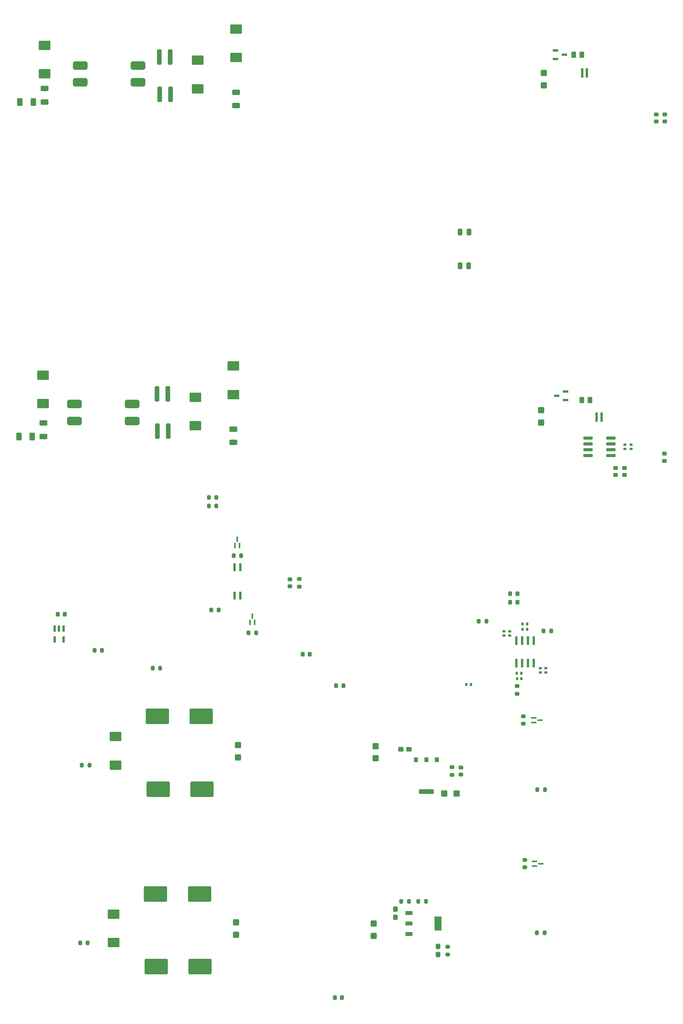
<source format=gbr>
%TF.GenerationSoftware,KiCad,Pcbnew,9.0.3*%
%TF.CreationDate,2025-09-16T12:32:26-04:00*%
%TF.ProjectId,CAEN_NEVIS_DAQ_PM5V,4341454e-5f4e-4455-9649-535f4441515f,rev?*%
%TF.SameCoordinates,Original*%
%TF.FileFunction,Paste,Top*%
%TF.FilePolarity,Positive*%
%FSLAX46Y46*%
G04 Gerber Fmt 4.6, Leading zero omitted, Abs format (unit mm)*
G04 Created by KiCad (PCBNEW 9.0.3) date 2025-09-16 12:32:26*
%MOMM*%
%LPD*%
G01*
G04 APERTURE LIST*
G04 Aperture macros list*
%AMRoundRect*
0 Rectangle with rounded corners*
0 $1 Rounding radius*
0 $2 $3 $4 $5 $6 $7 $8 $9 X,Y pos of 4 corners*
0 Add a 4 corners polygon primitive as box body*
4,1,4,$2,$3,$4,$5,$6,$7,$8,$9,$2,$3,0*
0 Add four circle primitives for the rounded corners*
1,1,$1+$1,$2,$3*
1,1,$1+$1,$4,$5*
1,1,$1+$1,$6,$7*
1,1,$1+$1,$8,$9*
0 Add four rect primitives between the rounded corners*
20,1,$1+$1,$2,$3,$4,$5,0*
20,1,$1+$1,$4,$5,$6,$7,0*
20,1,$1+$1,$6,$7,$8,$9,0*
20,1,$1+$1,$8,$9,$2,$3,0*%
G04 Aperture macros list end*
%ADD10RoundRect,0.225000X0.250000X-0.225000X0.250000X0.225000X-0.250000X0.225000X-0.250000X-0.225000X0*%
%ADD11RoundRect,0.250000X0.425000X-0.450000X0.425000X0.450000X-0.425000X0.450000X-0.425000X-0.450000X0*%
%ADD12RoundRect,0.140000X0.170000X-0.140000X0.170000X0.140000X-0.170000X0.140000X-0.170000X-0.140000X0*%
%ADD13RoundRect,0.250000X1.025000X-0.787500X1.025000X0.787500X-1.025000X0.787500X-1.025000X-0.787500X0*%
%ADD14RoundRect,0.200000X0.200000X0.275000X-0.200000X0.275000X-0.200000X-0.275000X0.200000X-0.275000X0*%
%ADD15RoundRect,0.225000X-0.250000X0.225000X-0.250000X-0.225000X0.250000X-0.225000X0.250000X0.225000X0*%
%ADD16RoundRect,0.170000X2.330000X-1.530000X2.330000X1.530000X-2.330000X1.530000X-2.330000X-1.530000X0*%
%ADD17RoundRect,0.200000X-0.200000X-0.275000X0.200000X-0.275000X0.200000X0.275000X-0.200000X0.275000X0*%
%ADD18RoundRect,0.250000X-0.275000X0.312500X-0.275000X-0.312500X0.275000X-0.312500X0.275000X0.312500X0*%
%ADD19RoundRect,0.225000X-0.225000X-0.250000X0.225000X-0.250000X0.225000X0.250000X-0.225000X0.250000X0*%
%ADD20R,0.558800X1.473200*%
%ADD21RoundRect,0.250000X-0.625000X0.312500X-0.625000X-0.312500X0.625000X-0.312500X0.625000X0.312500X0*%
%ADD22RoundRect,0.250000X0.275000X-0.312500X0.275000X0.312500X-0.275000X0.312500X-0.275000X-0.312500X0*%
%ADD23RoundRect,0.250000X-0.312500X-0.625000X0.312500X-0.625000X0.312500X0.625000X-0.312500X0.625000X0*%
%ADD24R,0.350800X1.161200*%
%ADD25R,0.889000X1.016000*%
%ADD26R,3.200000X1.000000*%
%ADD27RoundRect,0.200000X-0.275000X0.200000X-0.275000X-0.200000X0.275000X-0.200000X0.275000X0.200000X0*%
%ADD28R,0.558800X1.981200*%
%ADD29RoundRect,0.075000X-0.910000X-0.225000X0.910000X-0.225000X0.910000X0.225000X-0.910000X0.225000X0*%
%ADD30RoundRect,0.073750X-0.556250X-0.221250X0.556250X-0.221250X0.556250X0.221250X-0.556250X0.221250X0*%
%ADD31RoundRect,0.140000X-0.170000X0.140000X-0.170000X-0.140000X0.170000X-0.140000X0.170000X0.140000X0*%
%ADD32RoundRect,0.250000X-0.425000X0.450000X-0.425000X-0.450000X0.425000X-0.450000X0.425000X0.450000X0*%
%ADD33RoundRect,0.250000X-1.025000X0.787500X-1.025000X-0.787500X1.025000X-0.787500X1.025000X0.787500X0*%
%ADD34RoundRect,0.475000X1.125000X-0.475000X1.125000X0.475000X-1.125000X0.475000X-1.125000X-0.475000X0*%
%ADD35RoundRect,0.250000X0.625000X-0.312500X0.625000X0.312500X-0.625000X0.312500X-0.625000X-0.312500X0*%
%ADD36R,0.584200X2.159000*%
%ADD37R,1.161200X0.350800*%
%ADD38RoundRect,0.200000X0.275000X-0.200000X0.275000X0.200000X-0.275000X0.200000X-0.275000X-0.200000X0*%
%ADD39RoundRect,0.250000X-0.450000X-0.425000X0.450000X-0.425000X0.450000X0.425000X-0.450000X0.425000X0*%
%ADD40RoundRect,0.225000X0.225000X0.250000X-0.225000X0.250000X-0.225000X-0.250000X0.225000X-0.250000X0*%
%ADD41RoundRect,0.135000X0.135000X0.185000X-0.135000X0.185000X-0.135000X-0.185000X0.135000X-0.185000X0*%
%ADD42RoundRect,0.140000X-0.140000X-0.170000X0.140000X-0.170000X0.140000X0.170000X-0.140000X0.170000X0*%
%ADD43RoundRect,0.135000X-0.135000X-0.185000X0.135000X-0.185000X0.135000X0.185000X-0.135000X0.185000X0*%
%ADD44RoundRect,0.250000X0.250000X0.475000X-0.250000X0.475000X-0.250000X-0.475000X0.250000X-0.475000X0*%
%ADD45RoundRect,0.245000X-0.245000X-1.455000X0.245000X-1.455000X0.245000X1.455000X-0.245000X1.455000X0*%
%ADD46RoundRect,0.250000X0.312500X0.275000X-0.312500X0.275000X-0.312500X-0.275000X0.312500X-0.275000X0*%
%ADD47RoundRect,0.250000X-0.250000X-0.475000X0.250000X-0.475000X0.250000X0.475000X-0.250000X0.475000X0*%
%ADD48RoundRect,0.250000X0.262500X0.450000X-0.262500X0.450000X-0.262500X-0.450000X0.262500X-0.450000X0*%
%ADD49R,1.600200X0.838200*%
%ADD50R,1.600200X3.048000*%
%ADD51RoundRect,0.073750X0.556250X0.221250X-0.556250X0.221250X-0.556250X-0.221250X0.556250X-0.221250X0*%
%ADD52R,0.558800X1.651000*%
G04 APERTURE END LIST*
D10*
%TO.C,R28*%
X278970000Y-144065000D03*
X278970000Y-142515000D03*
%TD*%
D11*
%TO.C,C39*%
X185356250Y-247500001D03*
X185356250Y-244800001D03*
%TD*%
D12*
%TO.C,C63*%
X243895000Y-182200000D03*
X243895000Y-181240000D03*
%TD*%
D13*
%TO.C,C29*%
X159025000Y-210472500D03*
X159025000Y-204247500D03*
%TD*%
D14*
%TO.C,R43*%
X252845000Y-215770000D03*
X251195000Y-215770000D03*
%TD*%
D15*
%TO.C,C54*%
X234480000Y-210975000D03*
X234480000Y-212525000D03*
%TD*%
D11*
%TO.C,C46*%
X215446250Y-247714999D03*
X215446250Y-245014999D03*
%TD*%
D16*
%TO.C,L5*%
X168315000Y-215681000D03*
X177915000Y-215681000D03*
%TD*%
D17*
%TO.C,R16*%
X167135000Y-189320000D03*
X168785000Y-189320000D03*
%TD*%
D11*
%TO.C,C37*%
X215845000Y-208985000D03*
X215845000Y-206285000D03*
%TD*%
D18*
%TO.C,C59*%
X220150000Y-241895000D03*
X220150000Y-243670000D03*
%TD*%
D17*
%TO.C,F3*%
X151710000Y-210480000D03*
X153360000Y-210480000D03*
%TD*%
D19*
%TO.C,R38*%
X199905000Y-186230000D03*
X201455000Y-186230000D03*
%TD*%
D20*
%TO.C,U2*%
X147660000Y-180632400D03*
X146709999Y-180632400D03*
X145759998Y-180632400D03*
X145759998Y-183020000D03*
X147660000Y-183020000D03*
%TD*%
D17*
%TO.C,R7*%
X154445000Y-185370000D03*
X156095000Y-185370000D03*
%TD*%
D21*
%TO.C,R11*%
X184775000Y-137147500D03*
X184775000Y-140072500D03*
%TD*%
D22*
%TO.C,C65*%
X229510000Y-251807500D03*
X229510000Y-250032500D03*
%TD*%
D23*
%TO.C,F1*%
X138127500Y-65752500D03*
X141052500Y-65752500D03*
%TD*%
D24*
%TO.C,M2*%
X185140000Y-162520000D03*
X186139998Y-162520000D03*
X185639999Y-161170000D03*
%TD*%
D25*
%TO.C,U9*%
X229239900Y-209267500D03*
X226928500Y-209267500D03*
X224617100Y-209267500D03*
D26*
X226928500Y-216260000D03*
%TD*%
D27*
%TO.C,R35*%
X246730000Y-193235000D03*
X246730000Y-194885000D03*
%TD*%
D28*
%TO.C,U12*%
X246555000Y-188193800D03*
X247825000Y-188193800D03*
X249095000Y-188193800D03*
X250365000Y-188193800D03*
X250365000Y-183266200D03*
X249095000Y-183266200D03*
X247825000Y-183266200D03*
X246555000Y-183266200D03*
%TD*%
D14*
%TO.C,R42*%
X252765000Y-247060000D03*
X251115000Y-247060000D03*
%TD*%
D12*
%TO.C,C48*%
X271620000Y-141470000D03*
X271620000Y-140510000D03*
%TD*%
D29*
%TO.C,U7*%
X262265000Y-139085000D03*
X262265000Y-140355000D03*
X262265000Y-141625000D03*
X262265000Y-142895000D03*
X267205000Y-142895000D03*
X267205000Y-141625000D03*
X267205000Y-140355000D03*
X267205000Y-139085000D03*
%TD*%
D19*
%TO.C,C28*%
X206925000Y-261150000D03*
X208475000Y-261150000D03*
%TD*%
D30*
%TO.C,D2*%
X255140000Y-54520000D03*
X255140000Y-56420000D03*
X257100000Y-55470000D03*
%TD*%
D31*
%TO.C,C61*%
X253050000Y-189290000D03*
X253050000Y-190250000D03*
%TD*%
D32*
%TO.C,C16*%
X252565000Y-59450000D03*
X252565000Y-62150000D03*
%TD*%
D33*
%TO.C,C9*%
X185345000Y-49845000D03*
X185345000Y-56070000D03*
%TD*%
D12*
%TO.C,C62*%
X245125000Y-182220000D03*
X245125000Y-181260000D03*
%TD*%
D34*
%TO.C,L9*%
X163980000Y-57780000D03*
X163980000Y-61480000D03*
X151380000Y-61480000D03*
X151380000Y-57780000D03*
%TD*%
D35*
%TO.C,R8*%
X143510000Y-65745000D03*
X143510000Y-62820000D03*
%TD*%
D13*
%TO.C,C17*%
X143240000Y-131592500D03*
X143240000Y-125367500D03*
%TD*%
D36*
%TO.C,R1*%
X260966600Y-59460000D03*
X262033400Y-59460000D03*
%TD*%
D17*
%TO.C,R14*%
X179935000Y-176640000D03*
X181585000Y-176640000D03*
%TD*%
D37*
%TO.C,M4*%
X250600000Y-231450000D03*
X250600000Y-232449998D03*
X251950000Y-231949999D03*
%TD*%
D38*
%TO.C,R39*%
X231580000Y-251755000D03*
X231580000Y-250105000D03*
%TD*%
D33*
%TO.C,C18*%
X176455000Y-130167500D03*
X176455000Y-136392500D03*
%TD*%
D39*
%TO.C,C55*%
X230820000Y-216690000D03*
X233520000Y-216690000D03*
%TD*%
D12*
%TO.C,C47*%
X270310000Y-141490000D03*
X270310000Y-140530000D03*
%TD*%
D33*
%TO.C,C19*%
X184785000Y-123367500D03*
X184785000Y-129592500D03*
%TD*%
D16*
%TO.C,L6*%
X168195000Y-199811000D03*
X177795000Y-199811000D03*
%TD*%
D38*
%TO.C,R40*%
X248110000Y-201435000D03*
X248110000Y-199785000D03*
%TD*%
%TO.C,R41*%
X248420000Y-232775000D03*
X248420000Y-231125000D03*
%TD*%
D33*
%TO.C,C8*%
X177015000Y-56645000D03*
X177015000Y-62870000D03*
%TD*%
D37*
%TO.C,M3*%
X250410000Y-200120002D03*
X250410000Y-201120000D03*
X251760000Y-200620001D03*
%TD*%
D40*
%TO.C,R22*%
X246815000Y-174920000D03*
X245265000Y-174920000D03*
%TD*%
D35*
%TO.C,R10*%
X143276250Y-138752500D03*
X143276250Y-135827500D03*
%TD*%
D24*
%TO.C,M1*%
X188450001Y-179325000D03*
X189449999Y-179325000D03*
X188950000Y-177975000D03*
%TD*%
D36*
%TO.C,R2*%
X264116600Y-134520000D03*
X265183400Y-134520000D03*
%TD*%
D17*
%TO.C,R34*%
X238395000Y-179080000D03*
X240045000Y-179080000D03*
%TD*%
D41*
%TO.C,R30*%
X247720000Y-190380000D03*
X246700000Y-190380000D03*
%TD*%
D42*
%TO.C,C56*%
X246730000Y-191620000D03*
X247690000Y-191620000D03*
%TD*%
D34*
%TO.C,L10*%
X162710000Y-131680000D03*
X162710000Y-135380000D03*
X150110000Y-135380000D03*
X150110000Y-131680000D03*
%TD*%
D43*
%TO.C,R32*%
X247930000Y-180880000D03*
X248950000Y-180880000D03*
%TD*%
D38*
%TO.C,R44*%
X199180000Y-171525000D03*
X199180000Y-169875000D03*
%TD*%
D44*
%TO.C,C5*%
X236240000Y-94120000D03*
X234340000Y-94120000D03*
%TD*%
D45*
%TO.C,L3*%
X168160000Y-137605000D03*
X170530000Y-137605000D03*
%TD*%
D31*
%TO.C,C60*%
X251800000Y-189290000D03*
X251800000Y-190250000D03*
%TD*%
D14*
%TO.C,R31*%
X254175000Y-181150000D03*
X252525000Y-181150000D03*
%TD*%
D15*
%TO.C,R27*%
X277130000Y-68465000D03*
X277130000Y-70015000D03*
%TD*%
D16*
%TO.C,L7*%
X167916250Y-254411000D03*
X177516250Y-254411000D03*
%TD*%
D17*
%TO.C,R36*%
X225195000Y-240170000D03*
X226845000Y-240170000D03*
%TD*%
%TO.C,R19*%
X184855000Y-164750000D03*
X186505000Y-164750000D03*
%TD*%
D46*
%TO.C,C51*%
X223097500Y-206990000D03*
X221322500Y-206990000D03*
%TD*%
D40*
%TO.C,C4*%
X147954999Y-177556200D03*
X146404999Y-177556200D03*
%TD*%
D47*
%TO.C,C6*%
X234280000Y-101500000D03*
X236180000Y-101500000D03*
%TD*%
D13*
%TO.C,C38*%
X158626250Y-249202501D03*
X158626250Y-242977501D03*
%TD*%
%TO.C,C7*%
X143530000Y-59600000D03*
X143530000Y-53375000D03*
%TD*%
D15*
%TO.C,R20*%
X270190000Y-145585000D03*
X270190000Y-147135000D03*
%TD*%
D42*
%TO.C,C66*%
X247980000Y-179650000D03*
X248940000Y-179650000D03*
%TD*%
D11*
%TO.C,C30*%
X185755000Y-208770000D03*
X185755000Y-206070000D03*
%TD*%
D16*
%TO.C,L8*%
X167796250Y-238541001D03*
X177396250Y-238541001D03*
%TD*%
D45*
%TO.C,L1*%
X168720000Y-64082500D03*
X171090000Y-64082500D03*
%TD*%
D43*
%TO.C,R29*%
X235700000Y-192840000D03*
X236720000Y-192840000D03*
%TD*%
D40*
%TO.C,R23*%
X246820000Y-173010000D03*
X245270000Y-173010000D03*
%TD*%
D10*
%TO.C,R26*%
X278990000Y-70015000D03*
X278990000Y-68465000D03*
%TD*%
D27*
%TO.C,R24*%
X232520000Y-210935000D03*
X232520000Y-212585000D03*
%TD*%
D21*
%TO.C,R9*%
X185335000Y-63625000D03*
X185335000Y-66550000D03*
%TD*%
D17*
%TO.C,R15*%
X188115000Y-181630000D03*
X189765000Y-181630000D03*
%TD*%
D23*
%TO.C,F2*%
X137927500Y-138720000D03*
X140852500Y-138720000D03*
%TD*%
D48*
%TO.C,R3*%
X262712500Y-130820000D03*
X260887500Y-130820000D03*
%TD*%
D17*
%TO.C,R33*%
X221445000Y-240150000D03*
X223095000Y-240150000D03*
%TD*%
D32*
%TO.C,C26*%
X252005000Y-132972500D03*
X252005000Y-135672500D03*
%TD*%
D15*
%TO.C,C52*%
X268250000Y-145585000D03*
X268250000Y-147135000D03*
%TD*%
D10*
%TO.C,C67*%
X197180000Y-171475000D03*
X197180000Y-169925000D03*
%TD*%
D48*
%TO.C,R4*%
X260912500Y-55460000D03*
X259087500Y-55460000D03*
%TD*%
D19*
%TO.C,C27*%
X207245000Y-193120000D03*
X208795000Y-193120000D03*
%TD*%
D49*
%TO.C,U13*%
X223099600Y-242720000D03*
X223099600Y-245020000D03*
X223099600Y-247320000D03*
D50*
X229500400Y-245020000D03*
%TD*%
D51*
%TO.C,D1*%
X257340000Y-130830000D03*
X257340000Y-128930000D03*
X255380000Y-129880000D03*
%TD*%
D17*
%TO.C,F4*%
X151311250Y-249210000D03*
X152961250Y-249210000D03*
%TD*%
%TO.C,R18*%
X179415000Y-152080000D03*
X181065000Y-152080000D03*
%TD*%
D52*
%TO.C,Q1*%
X185005000Y-173504200D03*
X186275000Y-173504200D03*
X186275000Y-167255800D03*
X185005000Y-167255800D03*
%TD*%
D17*
%TO.C,R17*%
X179410000Y-153950000D03*
X181060000Y-153950000D03*
%TD*%
D45*
%TO.C,L2*%
X168640000Y-55932500D03*
X171010000Y-55932500D03*
%TD*%
%TO.C,L4*%
X168080000Y-129455000D03*
X170450000Y-129455000D03*
%TD*%
M02*

</source>
